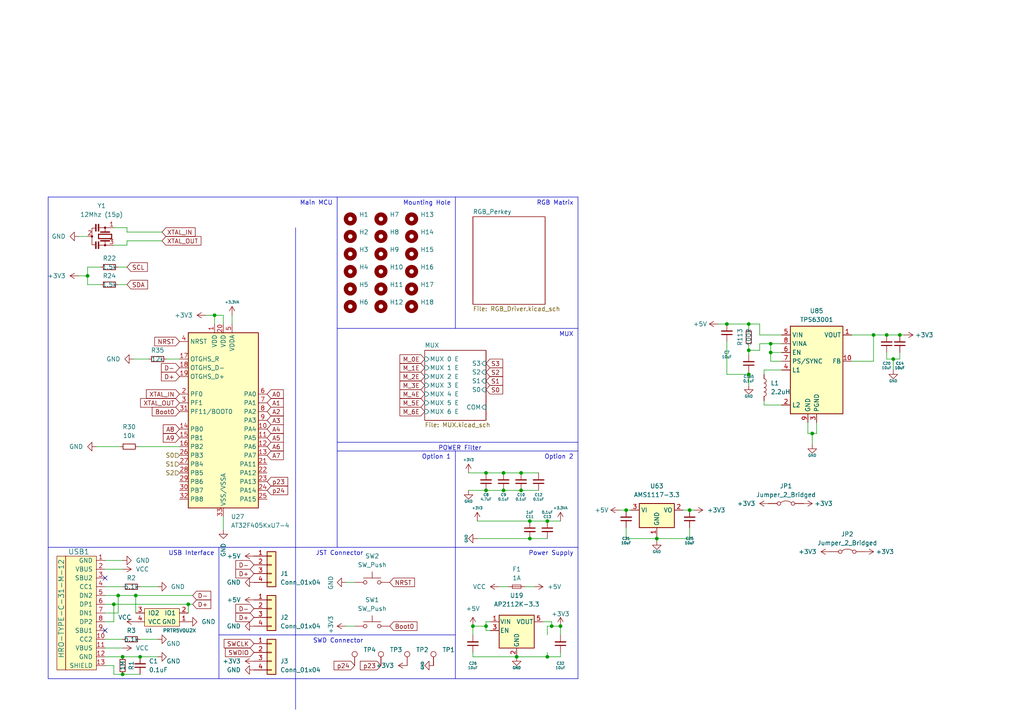
<source format=kicad_sch>
(kicad_sch (version 20231120) (generator "eeschema") (generator_version "8.0")
  (paper "A4")
  (lib_symbols
    (symbol "Connector:TestPoint" (pin_numbers hide) (pin_names (offset 0.762) hide)
      (property "Reference" "TP" (at 0 6.858 0))
      (property "Value" "TestPoint" (at 0 5.08 0))
      (symbol "TestPoint_1_1"
        (pin passive line (at 0 0 90) (length 2.54) (name "1") (number "1"))
      )
    )
    (symbol "Connector_Generic:Conn_01x04" (pin_names (offset 1.016) hide)
      (property "Reference" "J" (at 0 5.08 0))
      (property "Value" "Conn_01x04" (at 0 -7.62 0))
      (symbol "Conn_01x04_1_1"
        (pin passive line (at -5.08 2.54 0) (length 3.81) (name "Pin_1") (number "1"))
        (pin passive line (at -5.08 0 0) (length 3.81) (name "Pin_2") (number "2"))
        (pin passive line (at -5.08 -2.54 0) (length 3.81) (name "Pin_3") (number "3"))
        (pin passive line (at -5.08 -5.08 0) (length 3.81) (name "Pin_4") (number "4"))
      )
    )
    (symbol "Device:C_Small" (pin_numbers hide) (pin_names (offset 0.254) hide)
      (property "Reference" "C" (at 0.254 1.778 0))
      (property "Value" "C_Small" (at 0.254 -2.032 0))
      (symbol "C_Small_1_1"
        (pin passive line (at 0 2.54 270) (length 2.032) (name "~") (number "1"))
        (pin passive line (at 0 -2.54 90) (length 2.032) (name "~") (number "2"))
      )
    )
    (symbol "Device:Fuse_Small" (pin_numbers hide) (pin_names (offset 0.254) hide)
      (property "Reference" "F" (at 0 -1.524 0))
      (property "Value" "Fuse_Small" (at 0 1.524 0))
      (symbol "Fuse_Small_1_1"
        (pin passive line (at -2.54 0 0) (length 1.27) (name "~") (number "1"))
        (pin passive line (at 2.54 0 180) (length 1.27) (name "~") (number "2"))
      )
    )
    (symbol "Device:L" (pin_numbers hide) (pin_names (offset 1.016) hide)
      (property "Reference" "L" (at -1.27 0 90))
      (property "Value" "L" (at 1.905 0 90))
      (symbol "L_1_1"
        (pin passive line (at 0 3.81 270) (length 1.27) (name "1") (number "1"))
        (pin passive line (at 0 -3.81 90) (length 1.27) (name "2") (number "2"))
      )
    )
    (symbol "Device:R_Small" (pin_numbers hide) (pin_names (offset 0.254) hide)
      (property "Reference" "R" (at 0.762 0.508 0))
      (property "Value" "R_Small" (at 0.762 -1.016 0))
      (symbol "R_Small_1_1"
        (pin passive line (at 0 2.54 270) (length 0.762) (name "~") (number "1"))
        (pin passive line (at 0 -2.54 90) (length 0.762) (name "~") (number "2"))
      )
    )
    (symbol "Device:Resonator_Small" (pin_names (offset 1.016) hide)
      (property "Reference" "Y" (at 3.175 1.905 0))
      (property "Value" "Resonator_Small" (at 3.175 0 0))
      (symbol "Resonator_Small_1_1"
        (pin passive line (at -2.54 2.54 270) (length 1.27) (name "1") (number "1"))
        (pin passive line (at 0 -5.08 90) (length 1.27) (name "2") (number "2"))
        (pin passive line (at 2.54 2.54 270) (length 1.27) (name "3") (number "3"))
      )
    )
    (symbol "Jumper:Jumper_2_Bridged" (pin_numbers hide) (pin_names (offset 0) hide) (exclude_from_sim yes)
      (property "Reference" "JP" (at 0 1.905 0))
      (property "Value" "Jumper_2_Bridged" (at 0 -2.54 0))
      (symbol "Jumper_2_Bridged_1_1"
        (pin passive line (at -5.08 0 0) (length 2.54) (name "A") (number "1"))
        (pin passive line (at 5.08 0 180) (length 2.54) (name "B") (number "2"))
      )
    )
    (symbol "MCU_Artery_AT32F40:AT32F405KxU7-4"
      (property "Reference" "U" (at -10.16 26.67 0))
      (property "Value" "AT32F405KxU7-4" (at 5.08 26.67 0))
      (symbol "AT32F405KxU7-4_1_1"
        (pin power_in line (at -2.54 27.94 270) (length 2.54) (name "VDD") (number "1"))
        (pin bidirectional line (at 12.7 -2.54 180) (length 2.54) (name "PA4") (number "10"))
        (pin bidirectional line (at 12.7 -5.08 180) (length 2.54) (name "PA5") (number "11"))
        (pin bidirectional line (at 12.7 -7.62 180) (length 2.54) (name "PA6") (number "12"))
        (pin bidirectional line (at 12.7 -10.16 180) (length 2.54) (name "PA7") (number "13"))
        (pin bidirectional line (at -12.7 -2.54 0) (length 2.54) (name "PB0") (number "14"))
        (pin bidirectional line (at -12.7 -5.08 0) (length 2.54) (name "PB1") (number "15"))
        (pin bidirectional line (at -12.7 -7.62 0) (length 2.54) (name "PB2") (number "16"))
        (pin input line (at -12.7 17.78 0) (length 2.54) (name "OTGHS_R") (number "17"))
        (pin bidirectional line (at -12.7 15.24 0) (length 2.54) (name "OTGHS_D-") (number "18"))
        (pin bidirectional line (at -12.7 12.7 0) (length 2.54) (name "OTGHS_D+") (number "19"))
        (pin input line (at -12.7 7.62 0) (length 2.54) (name "PF0") (number "2"))
        (pin power_in line (at 0 27.94 270) (length 2.54) (name "VDD") (number "20"))
        (pin bidirectional line (at 12.7 -12.7 180) (length 2.54) (name "PA11") (number "21"))
        (pin bidirectional line (at 12.7 -15.24 180) (length 2.54) (name "PA12") (number "22"))
        (pin bidirectional line (at 12.7 -17.78 180) (length 2.54) (name "PA13") (number "23"))
        (pin bidirectional line (at 12.7 -20.32 180) (length 2.54) (name "PA14") (number "24"))
        (pin bidirectional line (at 12.7 -22.86 180) (length 2.54) (name "PA15") (number "25"))
        (pin bidirectional line (at -12.7 -10.16 0) (length 2.54) (name "PB3") (number "26"))
        (pin bidirectional line (at -12.7 -12.7 0) (length 2.54) (name "PB4") (number "27"))
        (pin bidirectional line (at -12.7 -15.24 0) (length 2.54) (name "PB5") (number "28"))
        (pin bidirectional line (at -12.7 -17.78 0) (length 2.54) (name "PB6") (number "29"))
        (pin input line (at -12.7 5.08 0) (length 2.54) (name "PF1") (number "3"))
        (pin bidirectional line (at -12.7 -20.32 0) (length 2.54) (name "PB7") (number "30"))
        (pin input line (at -12.7 2.54 0) (length 2.54) (name "PF11/BOOT0") (number "31"))
        (pin bidirectional line (at -12.7 -22.86 0) (length 2.54) (name "PB8") (number "32"))
        (pin power_in line (at 0 -27.94 90) (length 2.54) (name "VSS/VSSA") (number "33"))
        (pin input line (at -12.7 22.86 0) (length 2.54) (name "NRST") (number "4"))
        (pin power_in line (at 2.54 27.94 270) (length 2.54) (name "VDDA") (number "5"))
        (pin bidirectional line (at 12.7 7.62 180) (length 2.54) (name "PA0") (number "6"))
        (pin bidirectional line (at 12.7 5.08 180) (length 2.54) (name "PA1") (number "7"))
        (pin bidirectional line (at 12.7 2.54 180) (length 2.54) (name "PA2") (number "8"))
        (pin bidirectional line (at 12.7 0 180) (length 2.54) (name "PA3") (number "9"))
      )
    )
    (symbol "Mechanical:MountingHole" (pin_names (offset 1.016))
      (property "Reference" "H" (at 0 5.08 0))
      (property "Value" "MountingHole" (at 0 3.175 0))
    )
    (symbol "Regulator_Linear:AMS1117-3.3"
      (property "Reference" "U" (at -3.81 3.175 0))
      (property "Value" "AMS1117-3.3" (at 0 3.175 0))
      (symbol "AMS1117-3.3_1_1"
        (pin power_in line (at 0 -7.62 90) (length 2.54) (name "GND") (number "1"))
        (pin power_out line (at 7.62 0 180) (length 2.54) (name "VO") (number "2"))
        (pin power_in line (at -7.62 0 0) (length 2.54) (name "VI") (number "3"))
      )
    )
    (symbol "Regulator_Linear:AP2112K-3.3" (pin_names (offset 0.254))
      (property "Reference" "U" (at -5.08 5.715 0))
      (property "Value" "AP2112K-3.3" (at 0 5.715 0))
      (symbol "AP2112K-3.3_1_1"
        (pin power_in line (at -7.62 2.54 0) (length 2.54) (name "VIN") (number "1"))
        (pin power_in line (at 0 -7.62 90) (length 2.54) (name "GND") (number "2"))
        (pin input line (at -7.62 0 0) (length 2.54) (name "EN") (number "3"))
        (pin no_connect line (at 5.08 0 180) (length 2.54) hide (name "NC") (number "4"))
        (pin power_out line (at 7.62 2.54 180) (length 2.54) (name "VOUT") (number "5"))
      )
    )
    (symbol "Regulator_Switching:TPS63001"
      (property "Reference" "U" (at -7.62 13.97 0))
      (property "Value" "TPS63001" (at 5.08 13.97 0))
      (symbol "TPS63001_1_1"
        (pin power_out line (at 10.16 10.16 180) (length 2.54) (name "VOUT") (number "1"))
        (pin input line (at 10.16 2.54 180) (length 2.54) (name "FB") (number "10"))
        (pin passive line (at 0 -15.24 90) (length 2.54) hide (name "PGND") (number "11"))
        (pin input line (at -10.16 -10.16 0) (length 2.54) (name "L2") (number "2"))
        (pin power_in line (at 0 -15.24 90) (length 2.54) (name "PGND") (number "3"))
        (pin input line (at -10.16 0 0) (length 2.54) (name "L1") (number "4"))
        (pin power_in line (at -10.16 10.16 0) (length 2.54) (name "VIN") (number "5"))
        (pin input line (at -10.16 5.08 0) (length 2.54) (name "EN") (number "6"))
        (pin input line (at -10.16 2.54 0) (length 2.54) (name "PS/SYNC") (number "7"))
        (pin power_in line (at -10.16 7.62 0) (length 2.54) (name "VINA") (number "8"))
        (pin power_in line (at -2.54 -15.24 90) (length 2.54) (name "GND") (number "9"))
      )
    )
    (symbol "Switch:SW_Push" (pin_numbers hide) (pin_names (offset 1.016) hide)
      (property "Reference" "SW" (at 1.27 2.54 0))
      (property "Value" "SW_Push" (at 0 -1.524 0))
      (symbol "SW_Push_0_1"
        (pin passive line (at -5.08 0 0) (length 2.54) (name "1") (number "1"))
        (pin passive line (at 5.08 0 180) (length 2.54) (name "2") (number "2"))
      )
    )
    (symbol "horrortroll_lib:HRO-TYPE-C-31-M-12" (pin_names (offset 1.016))
      (property "Reference" "USB" (at 0 20.32 0))
      (property "Value" "HRO-TYPE-C-31-M-12" (at 0 17.78 0))
      (symbol "HRO-TYPE-C-31-M-12_1_1"
        (pin input line (at 7.62 13.97 180) (length 2.54) (name "GND") (number "1"))
        (pin input line (at 7.62 -8.89 180) (length 2.54) (name "CC2") (number "10"))
        (pin input line (at 7.62 -11.43 180) (length 2.54) (name "VBUS") (number "11"))
        (pin input line (at 7.62 -13.97 180) (length 2.54) (name "GND") (number "12"))
        (pin input line (at 7.62 -16.51 180) (length 2.54) (name "SHIELD") (number "13"))
        (pin input line (at 7.62 11.43 180) (length 2.54) (name "VBUS") (number "2"))
        (pin input line (at 7.62 8.89 180) (length 2.54) (name "SBU2") (number "3"))
        (pin input line (at 7.62 6.35 180) (length 2.54) (name "CC1") (number "4"))
        (pin input line (at 7.62 3.81 180) (length 2.54) (name "DN2") (number "5"))
        (pin input line (at 7.62 1.27 180) (length 2.54) (name "DP1") (number "6"))
        (pin input line (at 7.62 -1.27 180) (length 2.54) (name "DN1") (number "7"))
        (pin input line (at 7.62 -3.81 180) (length 2.54) (name "DP2") (number "8"))
        (pin input line (at 7.62 -6.35 180) (length 2.54) (name "SBU1") (number "9"))
      )
    )
    (symbol "power:+3.3V" (power) (pin_names (offset 0))
      (property "Value" "+3.3V" (at 0 3.556 0))
      (symbol "+3.3V_1_1"
        (pin power_in line (at 0 0 90) (length 0) hide (name "+3V3") (number "1"))
      )
    )
    (symbol "power:+3.3VA" (power) (pin_names (offset 0))
      (property "Value" "+3.3VA" (at 0 3.556 0))
      (symbol "+3.3VA_1_1"
        (pin power_in line (at 0 0 90) (length 0) hide (name "+3.3VA") (number "1"))
      )
    )
    (symbol "power:+3V3" (power) (pin_names (offset 0))
      (property "Value" "+3V3" (at 0 3.556 0))
      (symbol "+3V3_1_1"
        (pin power_in line (at 0 0 90) (length 0) hide (name "+3V3") (number "1"))
      )
    )
    (symbol "power:+5V" (power) (pin_names (offset 0))
      (property "Value" "+5V" (at 0 3.556 0))
      (symbol "+5V_1_1"
        (pin power_in line (at 0 0 90) (length 0) hide (name "+5V") (number "1"))
      )
    )
    (symbol "power:GND" (power) (pin_names (offset 0))
      (property "Value" "GND" (at 0 -3.81 0))
      (symbol "GND_1_1"
        (pin power_in line (at 0 0 270) (length 0) hide (name "GND") (number "1"))
      )
    )
    (symbol "power:VCC" (power) (pin_names (offset 0))
      (property "Value" "VCC" (at 0 3.81 0))
      (symbol "VCC_1_1"
        (pin power_in line (at 0 0 90) (length 0) hide (name "VCC") (number "1"))
      )
    )
    (symbol "random-keyboard-parts:PRTR5V0U2X" (pin_names (offset 1.016))
      (property "Reference" "U" (at 0 3.81 0))
      (property "Value" "PRTR5V0U2X" (at 0 -3.81 0))
      (symbol "PRTR5V0U2X_1_1"
        (pin input line (at -7.62 1.27 0) (length 2.54) (name "GND") (number "1"))
        (pin input line (at -7.62 -1.27 0) (length 2.54) (name "IO1") (number "2"))
        (pin input line (at 7.62 -1.27 180) (length 2.54) (name "IO2") (number "3"))
        (pin input line (at 7.62 1.27 180) (length 2.54) (name "VCC") (number "4"))
      )
    )
  )
  (junction (at 151.13 142.24))
  (junction (at 162.56 181.61))
  (junction (at 39.37 172.72))
  (junction (at 235.585 125.73))
  (junction (at 140.97 137.16))
  (junction (at 54.61 175.26))
  (junction (at 149.86 190.5) (diameter 0.9144))
  (junction (at 153.67 156.21))
  (junction (at 223.52 102.235))
  (junction (at 146.05 137.16))
  (junction (at 259.08 104.14))
  (junction (at 25.4 80.01))
  (junction (at 257.175 97.155))
  (junction (at 62.23 91.44))
  (junction (at 210.82 93.98))
  (junction (at 140.97 142.24))
  (junction (at 158.75 190.5))
  (junction (at 217.17 93.98))
  (junction (at 140.97 181.61))
  (junction (at 153.67 151.13))
  (junction (at 160.02 181.61))
  (junction (at 35.56 190.5))
  (junction (at 137.16 181.61))
  (junction (at 260.985 97.155))
  (junction (at 158.75 151.13))
  (junction (at 151.13 137.16))
  (junction (at 217.17 101.6))
  (junction (at 190.5 156.21))
  (junction (at 40.64 190.5))
  (junction (at 35.56 195.58))
  (junction (at 33.02 175.26))
  (junction (at 253.365 97.155))
  (junction (at 146.05 142.24))
  (junction (at 181.61 147.955))
  (junction (at 223.52 99.695))
  (junction (at 34.29 172.72))
  (junction (at 217.17 108.585))
  (junction (at 200.025 147.955))
  (no_connect (at 30.48 167.64))
  (no_connect (at 30.48 182.88))
  (wire (pts (xy 27.94 129.54) (xy 34.925 129.54)))
  (wire (pts (xy 22.86 68.58) (xy 25.4 68.58)))
  (wire (pts (xy 30.48 172.72) (xy 34.29 172.72)))
  (wire (pts (xy 157.48 180.34) (xy 160.02 180.34)))
  (wire (pts (xy 30.48 177.8) (xy 34.29 177.8)))
  (wire (pts (xy 140.97 181.61) (xy 137.16 181.61)))
  (wire (pts (xy 135.89 142.24) (xy 140.97 142.24)))
  (wire (pts (xy 208.28 93.98) (xy 210.82 93.98)))
  (polyline (pts (xy 63.5 158.75) (xy 63.5 196.85)))
  (polyline (pts (xy 97.79 128.27) (xy 167.64 128.27)))
  (wire (pts (xy 160.02 181.61) (xy 162.56 181.61)))
  (wire (pts (xy 223.52 99.695) (xy 220.345 99.695)))
  (wire (pts (xy 140.97 142.24) (xy 146.05 142.24)))
  (polyline (pts (xy 13.97 158.75) (xy 167.64 158.75)))
  (wire (pts (xy 140.97 182.88) (xy 140.97 181.61)))
  (wire (pts (xy 217.17 93.98) (xy 217.17 95.25)))
  (polyline (pts (xy 132.08 57.15) (xy 132.08 95.25)))
  (polyline (pts (xy 13.97 196.85) (xy 167.64 196.85)))
  (wire (pts (xy 149.86 190.5) (xy 158.75 190.5)))
  (wire (pts (xy 158.75 189.23) (xy 158.75 190.5)))
  (wire (pts (xy 217.17 108.585) (xy 217.17 111.76)))
  (wire (pts (xy 181.61 153.035) (xy 181.61 156.21)))
  (wire (pts (xy 200.025 147.955) (xy 201.295 147.955)))
  (wire (pts (xy 153.67 151.13) (xy 158.75 151.13)))
  (wire (pts (xy 38.735 104.14) (xy 43.18 104.14)))
  (wire (pts (xy 223.52 104.775) (xy 223.52 102.235)))
  (wire (pts (xy 40.64 190.5) (xy 45.72 190.5)))
  (wire (pts (xy 30.48 180.34) (xy 33.02 180.34)))
  (wire (pts (xy 220.345 99.695) (xy 220.345 101.6)))
  (wire (pts (xy 30.48 162.56) (xy 35.56 162.56)))
  (wire (pts (xy 138.43 156.21) (xy 153.67 156.21)))
  (wire (pts (xy 39.37 172.72) (xy 55.88 172.72)))
  (wire (pts (xy 36.83 71.12) (xy 33.02 71.12)))
  (polyline (pts (xy 85.725 66.04) (xy 85.725 205.74)))
  (wire (pts (xy 30.48 185.42) (xy 35.56 185.42)))
  (wire (pts (xy 36.83 69.85) (xy 46.99 69.85)))
  (wire (pts (xy 35.56 190.5) (xy 40.64 190.5)))
  (wire (pts (xy 39.37 172.72) (xy 39.37 177.8)))
  (wire (pts (xy 217.17 101.6) (xy 217.17 102.87)))
  (wire (pts (xy 151.13 137.16) (xy 156.21 137.16)))
  (wire (pts (xy 226.695 99.695) (xy 223.52 99.695)))
  (wire (pts (xy 200.025 153.035) (xy 200.025 156.21)))
  (wire (pts (xy 190.5 156.21) (xy 190.5 156.845)))
  (wire (pts (xy 29.21 82.55) (xy 25.4 82.55)))
  (wire (pts (xy 247.015 104.775) (xy 253.365 104.775)))
  (wire (pts (xy 142.24 180.34) (xy 140.97 180.34)))
  (wire (pts (xy 147.32 170.18) (xy 144.78 170.18)))
  (wire (pts (xy 30.48 193.04) (xy 33.02 193.04)))
  (polyline (pts (xy 97.79 95.25) (xy 167.64 95.25)))
  (wire (pts (xy 220.345 97.155) (xy 220.345 93.98)))
  (wire (pts (xy 257.175 104.14) (xy 259.08 104.14)))
  (wire (pts (xy 30.48 170.18) (xy 35.56 170.18)))
  (wire (pts (xy 179.705 147.955) (xy 181.61 147.955)))
  (wire (pts (xy 146.05 142.24) (xy 151.13 142.24)))
  (wire (pts (xy 257.175 97.155) (xy 260.985 97.155)))
  (wire (pts (xy 64.77 91.44) (xy 62.23 91.44)))
  (wire (pts (xy 40.005 129.54) (xy 52.07 129.54)))
  (wire (pts (xy 146.05 137.16) (xy 151.13 137.16)))
  (wire (pts (xy 102.87 181.61) (xy 100.33 181.61)))
  (wire (pts (xy 158.75 184.15) (xy 158.75 181.61)))
  (wire (pts (xy 220.345 93.98) (xy 217.17 93.98)))
  (wire (pts (xy 64.77 149.86) (xy 64.77 153.67)))
  (wire (pts (xy 137.16 189.23) (xy 137.16 190.5)))
  (wire (pts (xy 137.16 181.61) (xy 137.16 184.15)))
  (wire (pts (xy 160.02 180.34) (xy 160.02 181.61)))
  (wire (pts (xy 36.83 66.04) (xy 33.02 66.04)))
  (wire (pts (xy 226.695 107.315) (xy 221.615 107.315)))
  (wire (pts (xy 140.97 137.16) (xy 146.05 137.16)))
  (wire (pts (xy 158.75 151.13) (xy 162.56 151.13)))
  (wire (pts (xy 223.52 102.235) (xy 223.52 99.695)))
  (wire (pts (xy 226.695 117.475) (xy 221.615 117.475)))
  (wire (pts (xy 102.87 168.91) (xy 100.33 168.91)))
  (wire (pts (xy 181.61 156.21) (xy 190.5 156.21)))
  (wire (pts (xy 33.02 175.26) (xy 54.61 175.26)))
  (wire (pts (xy 210.82 99.06) (xy 210.82 108.585)))
  (wire (pts (xy 260.985 102.235) (xy 260.985 104.14)))
  (wire (pts (xy 40.64 185.42) (xy 45.72 185.42)))
  (wire (pts (xy 210.82 108.585) (xy 217.17 108.585)))
  (wire (pts (xy 235.585 125.73) (xy 235.585 128.905)))
  (wire (pts (xy 138.43 151.13) (xy 153.67 151.13)))
  (wire (pts (xy 200.025 156.21) (xy 190.5 156.21)))
  (wire (pts (xy 67.31 91.44) (xy 67.31 93.98)))
  (wire (pts (xy 259.08 104.14) (xy 259.08 107.315)))
  (wire (pts (xy 34.29 77.47) (xy 36.83 77.47)))
  (wire (pts (xy 54.61 175.26) (xy 54.61 177.8)))
  (wire (pts (xy 210.82 93.98) (xy 217.17 93.98)))
  (wire (pts (xy 234.315 125.73) (xy 235.585 125.73)))
  (wire (pts (xy 223.52 102.235) (xy 226.695 102.235)))
  (wire (pts (xy 48.26 104.14) (xy 52.07 104.14)))
  (wire (pts (xy 140.97 180.34) (xy 140.97 181.61)))
  (wire (pts (xy 36.83 69.85) (xy 36.83 71.12)))
  (wire (pts (xy 54.61 175.26) (xy 55.88 175.26)))
  (wire (pts (xy 30.48 175.26) (xy 33.02 175.26)))
  (wire (pts (xy 30.48 165.1) (xy 35.56 165.1)))
  (wire (pts (xy 30.48 190.5) (xy 35.56 190.5)))
  (wire (pts (xy 34.29 177.8) (xy 34.29 172.72)))
  (wire (pts (xy 181.61 147.955) (xy 182.88 147.955)))
  (wire (pts (xy 226.695 97.155) (xy 220.345 97.155)))
  (polyline (pts (xy 97.79 57.15) (xy 97.79 158.75)))
  (wire (pts (xy 221.615 107.315) (xy 221.615 108.585)))
  (wire (pts (xy 234.315 122.555) (xy 234.315 125.73)))
  (wire (pts (xy 235.585 125.73) (xy 236.855 125.73)))
  (wire (pts (xy 253.365 97.155) (xy 257.175 97.155)))
  (polyline (pts (xy 132.08 130.81) (xy 132.08 196.85)))
  (wire (pts (xy 35.56 195.58) (xy 40.64 195.58)))
  (wire (pts (xy 30.48 187.96) (xy 35.56 187.96)))
  (wire (pts (xy 33.02 193.04) (xy 33.02 195.58)))
  (polyline (pts (xy 13.97 57.15) (xy 167.64 57.15)))
  (wire (pts (xy 33.02 195.58) (xy 35.56 195.58)))
  (wire (pts (xy 135.89 137.16) (xy 140.97 137.16)))
  (wire (pts (xy 36.83 67.31) (xy 46.99 67.31)))
  (wire (pts (xy 22.86 80.01) (xy 25.4 80.01)))
  (wire (pts (xy 152.4 170.18) (xy 154.94 170.18)))
  (polyline (pts (xy 13.97 57.15) (xy 13.97 196.85)))
  (wire (pts (xy 64.77 93.98) (xy 64.77 91.44)))
  (wire (pts (xy 149.86 190.5) (xy 137.16 190.5)))
  (wire (pts (xy 33.02 180.34) (xy 33.02 175.26)))
  (wire (pts (xy 62.23 91.44) (xy 62.23 93.98)))
  (wire (pts (xy 257.175 102.235) (xy 257.175 104.14)))
  (wire (pts (xy 226.695 104.775) (xy 223.52 104.775)))
  (polyline (pts (xy 97.79 130.81) (xy 167.64 130.81)))
  (wire (pts (xy 59.69 91.44) (xy 62.23 91.44)))
  (wire (pts (xy 221.615 117.475) (xy 221.615 116.205)))
  (wire (pts (xy 162.56 181.61) (xy 162.56 184.15)))
  (wire (pts (xy 151.13 142.24) (xy 156.21 142.24)))
  (wire (pts (xy 142.24 182.88) (xy 140.97 182.88)))
  (wire (pts (xy 25.4 82.55) (xy 25.4 80.01)))
  (wire (pts (xy 236.855 122.555) (xy 236.855 125.73)))
  (wire (pts (xy 260.985 104.14) (xy 259.08 104.14)))
  (wire (pts (xy 220.345 101.6) (xy 217.17 101.6)))
  (wire (pts (xy 29.21 77.47) (xy 25.4 77.47)))
  (wire (pts (xy 153.67 156.21) (xy 158.75 156.21)))
  (wire (pts (xy 217.17 107.95) (xy 217.17 108.585)))
  (polyline (pts (xy 167.64 57.15) (xy 167.64 196.85)))
  (wire (pts (xy 217.17 100.33) (xy 217.17 101.6)))
  (wire (pts (xy 162.56 189.23) (xy 162.56 190.5)))
  (wire (pts (xy 253.365 104.775) (xy 253.365 97.155)))
  (wire (pts (xy 36.83 67.31) (xy 36.83 66.04)))
  (wire (pts (xy 260.985 97.155) (xy 262.255 97.155)))
  (wire (pts (xy 158.75 181.61) (xy 160.02 181.61)))
  (wire (pts (xy 158.75 190.5) (xy 162.56 190.5)))
  (polyline (pts (xy 63.5 184.15) (xy 132.08 184.15)))
  (wire (pts (xy 34.29 172.72) (xy 39.37 172.72)))
  (wire (pts (xy 40.64 170.18) (xy 45.72 170.18)))
  (wire (pts (xy 25.4 77.47) (xy 25.4 80.01)))
  (wire (pts (xy 34.29 82.55) (xy 36.83 82.55)))
  (wire (pts (xy 198.12 147.955) (xy 200.025 147.955)))
  (wire (pts (xy 190.5 155.575) (xy 190.5 156.21)))
  (wire (pts (xy 247.015 97.155) (xy 253.365 97.155)))
  (text "JST Connector" (at 105.41 161.29 0) (effects (font (size 1.27 1.27)) (justify right bottom)))
  (text "Option 1" (at 130.81 133.35 0) (effects (font (size 1.27 1.27)) (justify right bottom)))
  (text "Main MCU" (at 96.52 59.69 0) (effects (font (size 1.27 1.27)) (justify right bottom)))
  (text "MUX" (at 166.37 97.79 0) (effects (font (size 1.27 1.27)) (justify right bottom)))
  (text "Power Supply" (at 166.37 161.29 0) (effects (font (size 1.27 1.27)) (justify right bottom)))
  (text "SWD Connector" (at 105.41 186.69 0) (effects (font (size 1.27 1.27)) (justify right bottom)))
  (text "Option 2" (at 166.37 133.35 0) (effects (font (size 1.27 1.27)) (justify right bottom)))
  (text "USB Interface" (at 62.23 161.29 0) (effects (font (size 1.27 1.27)) (justify right bottom)))
  (text "Mounting Hole" (at 130.81 59.69 0) (effects (font (size 1.27 1.27)) (justify right bottom)))
  (text "POWER Filter" (at 139.7 130.81 0) (effects (font (size 1.27 1.27)) (justify right bottom)))
  (text "RGB Matrix" (at 166.37 59.69 0) (effects (font (size 1.27 1.27)) (justify right bottom)))
  (global_label "p23" (shape input) (at 77.47 139.7 0) (property "Intersheetrefs" "${INTERSHEET_REFS}" (effects (hide yes))))
  (global_label "SDA" (shape input) (at 36.83 82.55 0) (property "Intersheetrefs" "${INTERSHEET_REFS}" (effects (hide yes))))
  (global_label "A1" (shape input) (at 77.47 116.84 0) (property "Intersheetrefs" "${INTERSHEET_REFS}" (effects (hide yes))))
  (global_label "D+" (shape input) (at 55.88 175.26 0) (property "Intersheetrefs" "${INTERSHEET_REFS}" (effects (hide yes))))
  (global_label "A4" (shape input) (at 77.47 124.46 0) (property "Intersheetrefs" "${INTERSHEET_REFS}" (effects (hide yes))))
  (global_label "XTAL_IN" (shape input) (at 46.99 67.31 0) (property "Intersheetrefs" "${INTERSHEET_REFS}" (effects (hide yes))))
  (global_label "NRST" (shape input) (at 52.07 99.06 180) (property "Intersheetrefs" "${INTERSHEET_REFS}" (effects (hide yes))))
  (global_label "M_5E" (shape input) (at 123.19 116.84 180) (property "Intersheetrefs" "${INTERSHEET_REFS}" (effects (hide yes))))
  (global_label "p23" (shape input) (at 110.49 193.04 180) (property "Intersheetrefs" "${INTERSHEET_REFS}" (effects (hide yes))))
  (global_label "A2" (shape input) (at 77.47 119.38 0) (property "Intersheetrefs" "${INTERSHEET_REFS}" (effects (hide yes))))
  (global_label "M_3E" (shape input) (at 123.19 111.76 180) (property "Intersheetrefs" "${INTERSHEET_REFS}" (effects (hide yes))))
  (global_label "A8" (shape input) (at 52.07 124.46 180) (property "Intersheetrefs" "${INTERSHEET_REFS}" (effects (hide yes))))
  (global_label "A9" (shape input) (at 52.07 127 180) (property "Intersheetrefs" "${INTERSHEET_REFS}" (effects (hide yes))))
  (global_label "S3" (shape input) (at 140.97 105.41 0) (property "Intersheetrefs" "${INTERSHEET_REFS}" (effects (hide yes))))
  (global_label "A7" (shape input) (at 77.47 132.08 0) (property "Intersheetrefs" "${INTERSHEET_REFS}" (effects (hide yes))))
  (global_label "M_2E" (shape input) (at 123.19 109.22 180) (property "Intersheetrefs" "${INTERSHEET_REFS}" (effects (hide yes))))
  (global_label "p24" (shape input) (at 77.47 142.24 0) (property "Intersheetrefs" "${INTERSHEET_REFS}" (effects (hide yes))))
  (global_label "D-" (shape input) (at 55.88 172.72 0) (property "Intersheetrefs" "${INTERSHEET_REFS}" (effects (hide yes))))
  (global_label "NRST" (shape input) (at 113.03 168.91 0) (property "Intersheetrefs" "${INTERSHEET_REFS}" (effects (hide yes))))
  (global_label "Boot0" (shape input) (at 52.07 119.38 180) (property "Intersheetrefs" "${INTERSHEET_REFS}" (effects (hide yes))))
  (global_label "SCL" (shape input) (at 36.83 77.47 0) (property "Intersheetrefs" "${INTERSHEET_REFS}" (effects (hide yes))))
  (global_label "SWCLK" (shape input) (at 73.66 186.69 180) (property "Intersheetrefs" "${INTERSHEET_REFS}" (effects (hide yes))))
  (global_label "XTAL_OUT" (shape input) (at 52.07 116.84 180) (property "Intersheetrefs" "${INTERSHEET_REFS}" (effects (hide yes))))
  (global_label "A6" (shape input) (at 77.47 129.54 0) (property "Intersheetrefs" "${INTERSHEET_REFS}" (effects (hide yes))))
  (global_label "SWDIO" (shape input) (at 73.66 189.23 180) (property "Intersheetrefs" "${INTERSHEET_REFS}" (effects (hide yes))))
  (global_label "Boot0" (shape input) (at 113.03 181.61 0) (property "Intersheetrefs" "${INTERSHEET_REFS}" (effects (hide yes))))
  (global_label "M_0E" (shape input) (at 123.19 104.14 180) (property "Intersheetrefs" "${INTERSHEET_REFS}" (effects (hide yes))))
  (global_label "S0" (shape input) (at 140.97 113.03 0) (property "Intersheetrefs" "${INTERSHEET_REFS}" (effects (hide yes))))
  (global_label "D+" (shape input) (at 73.66 179.07 180) (property "Intersheetrefs" "${INTERSHEET_REFS}" (effects (hide yes))))
  (global_label "M_4E" (shape input) (at 123.19 114.3 180) (property "Intersheetrefs" "${INTERSHEET_REFS}" (effects (hide yes))))
  (global_label "S1" (shape input) (at 140.97 110.49 0) (property "Intersheetrefs" "${INTERSHEET_REFS}" (effects (hide yes))))
  (global_label "XTAL_IN" (shape input) (at 52.07 114.3 180) (property "Intersheetrefs" "${INTERSHEET_REFS}" (effects (hide yes))))
  (global_label "D-" (shape input) (at 73.66 176.53 180) (property "Intersheetrefs" "${INTERSHEET_REFS}" (effects (hide yes))))
  (global_label "XTAL_OUT" (shape input) (at 46.99 69.85 0) (property "Intersheetrefs" "${INTERSHEET_REFS}" (effects (hide yes))))
  (global_label "D-" (shape input) (at 52.07 106.68 180) (property "Intersheetrefs" "${INTERSHEET_REFS}" (effects (hide yes))))
  (global_label "A3" (shape input) (at 77.47 121.92 0) (property "Intersheetrefs" "${INTERSHEET_REFS}" (effects (hide yes))))
  (global_label "D+" (shape input) (at 73.66 166.37 180) (property "Intersheetrefs" "${INTERSHEET_REFS}" (effects (hide yes))))
  (global_label "D-" (shape input) (at 73.66 163.83 180) (property "Intersheetrefs" "${INTERSHEET_REFS}" (effects (hide yes))))
  (global_label "A5" (shape input) (at 77.47 127 0) (property "Intersheetrefs" "${INTERSHEET_REFS}" (effects (hide yes))))
  (global_label "A0" (shape input) (at 77.47 114.3 0) (property "Intersheetrefs" "${INTERSHEET_REFS}" (effects (hide yes))))
  (global_label "S2" (shape input) (at 140.97 107.95 0) (property "Intersheetrefs" "${INTERSHEET_REFS}" (effects (hide yes))))
  (global_label "M_1E" (shape input) (at 123.19 106.68 180) (property "Intersheetrefs" "${INTERSHEET_REFS}" (effects (hide yes))))
  (global_label "p24" (shape input) (at 102.87 193.04 180) (property "Intersheetrefs" "${INTERSHEET_REFS}" (effects (hide yes))))
  (global_label "D+" (shape input) (at 52.07 109.22 180) (property "Intersheetrefs" "${INTERSHEET_REFS}" (effects (hide yes))))
  (global_label "M_6E" (shape input) (at 123.19 119.38 180) (property "Intersheetrefs" "${INTERSHEET_REFS}" (effects (hide yes))))
  (hierarchical_label "S0" (shape input) (at 52.07 132.08 180))
  (hierarchical_label "S2" (shape input) (at 52.07 137.16 180))
  (hierarchical_label "S1" (shape input) (at 52.07 134.62 180))
  (symbol (lib_id "Connector_Generic:Conn_01x04") (at 78.74 189.23 0) (unit 1)
    (property "Reference" "J3" (at 81.28 191.77 0) (effects (justify left)))
    (property "Value" "Conn_01x04" (at 81.28 194.31 0) (effects (justify left)))
    (property "Footprint" "Connector_PinHeader_2.54mm:PinHeader_1x04_P2.54mm_Vertical" (effects (hide yes)))
  )
  (symbol (lib_id "Device:R_Small") (at 45.72 104.14 270) (unit 1)
    (property "Reference" "R35" (at 45.72 101.6 90))
    (property "Value" "12k" (at 45.72 104.14 90))
    (property "Footprint" "Common_Footprint:R_0402" (effects (hide yes)))
  )
  (symbol (lib_id "Device:C_Small") (at 140.97 139.7 180) (unit 1)
    (property "Reference" "C8" (at 140.97 143.51 0) (effects (font (size 0.762 0.762))))
    (property "Value" "4.7uF" (at 140.97 144.78 0) (effects (font (size 0.762 0.762))))
    (property "Footprint" "Common_Footprint:C_0402" (effects (hide yes)))
    (property "LCSC" "C52923" (effects (hide yes)))
  )
  (symbol (lib_id "Connector_Generic:Conn_01x04") (at 78.74 163.83 0) (unit 1)
    (property "Reference" "J1" (at 81.28 166.37 0) (effects (justify left)))
    (property "Value" "Conn_01x04" (at 81.28 168.91 0) (effects (justify left)))
    (property "Footprint" "sanproject-keyboard-part:JST-SR-4" (effects (hide yes)))
  )
  (symbol (lib_id "power:GND") (at 64.77 153.67 0) (unit 1)
    (property "Reference" "#PWR012" (effects (hide yes)))
    (property "Value" "GND" (at 64.77 157.48 90) (effects (justify right)))
  )
  (symbol (lib_id "Device:C_Small") (at 151.13 139.7 180) (unit 1)
    (property "Reference" "C10" (at 151.13 143.51 0) (effects (font (size 0.762 0.762))))
    (property "Value" "0.1uF" (at 151.13 144.78 0) (effects (font (size 0.762 0.762))))
    (property "Footprint" "Common_Footprint:C_0402" (effects (hide yes)))
    (property "LCSC" "C52923" (effects (hide yes)))
  )
  (symbol (lib_id "Mechanical:MountingHole") (at 119.38 63.5 0) (unit 1)
    (property "Reference" "H13" (at 121.92 62.23 0) (effects (justify left)))
    (property "Value" "MountingHole" (effects (hide yes)))
    (property "Footprint" "MountingHole:MountingHole_2.2mm_M2_DIN965_Pad" (effects (hide yes)))
  )
  (symbol (lib_id "Device:R_Small") (at 37.465 129.54 270) (unit 1)
    (property "Reference" "R30" (at 37.465 123.825 90))
    (property "Value" "10k" (at 37.465 126.365 90))
    (property "Footprint" "Common_Footprint:R_0402" (effects (hide yes)))
  )
  (symbol (lib_id "Mechanical:MountingHole") (at 110.49 68.58 0) (unit 1)
    (property "Reference" "H8" (at 113.03 67.31 0) (effects (justify left)))
    (property "Value" "MountingHole" (effects (hide yes)))
    (property "Footprint" "MountingHole:MountingHole_2.2mm_M2_DIN965_Pad" (effects (hide yes)))
  )
  (symbol (lib_id "Device:C_Small") (at 40.64 193.04 180) (unit 1)
    (property "Reference" "C1" (at 43.18 191.7636 0) (effects (justify right)))
    (property "Value" "0.1uF" (at 43.18 194.3036 0) (effects (justify right)))
    (property "Footprint" "Common_Footprint:C_0402" (effects (hide yes)))
  )
  (symbol (lib_id "Mechanical:MountingHole") (at 101.6 68.58 0) (unit 1)
    (property "Reference" "H2" (at 104.14 67.31 0) (effects (justify left)))
    (property "Value" "MountingHole" (effects (hide yes)))
    (property "Footprint" "MountingHole:MountingHole_2.2mm_M2_DIN965_Pad" (effects (hide yes)))
  )
  (symbol (lib_id "random-keyboard-parts:PRTR5V0U2X") (at 46.99 179.07 180) (unit 1)
    (property "Reference" "U1" (at 43.18 182.88 0) (effects (font (size 1 1))))
    (property "Value" "PRTR5V0U2X" (at 52.07 182.88 0) (effects (font (size 1 1))))
  )
  (symbol (lib_id "power:GND") (at 235.585 128.905 0) (unit 1)
    (property "Reference" "#PWR0168" (effects (hide yes)))
    (property "Value" "GND" (at 235.585 132.08 0) (effects (font (size 0.762 0.762))))
  )
  (symbol (lib_id "power:GND") (at 45.72 190.5 90) (unit 1)
    (property "Reference" "#PWR08" (effects (hide yes)))
    (property "Value" "GND" (at 48.26 191.77 90) (effects (justify right)))
  )
  (symbol (lib_id "Mechanical:MountingHole") (at 119.38 68.58 0) (unit 1)
    (property "Reference" "H14" (at 121.92 67.31 0) (effects (justify left)))
    (property "Value" "MountingHole" (effects (hide yes)))
    (property "Footprint" "MountingHole:MountingHole_2.2mm_M2_DIN965_Pad" (effects (hide yes)))
  )
  (symbol (lib_id "Device:C_Small") (at 217.17 105.41 180) (unit 1)
    (property "Reference" "C165" (at 217.17 109.22 0) (effects (font (size 0.762 0.762))))
    (property "Value" "0.1uF" (at 217.17 110.49 0) (effects (font (size 0.762 0.762))))
    (property "Footprint" "Capacitor_SMD:C_0402_1005Metric" (effects (hide yes)))
    (property "LCSC" "C52923" (effects (hide yes)))
  )
  (symbol (lib_id "Mechanical:MountingHole") (at 110.49 83.82 0) (unit 1)
    (property "Reference" "H11" (at 113.03 82.55 0) (effects (justify left)))
    (property "Value" "MountingHole" (effects (hide yes)))
    (property "Footprint" "MountingHole:MountingHole_2.2mm_M2_DIN965_Pad" (effects (hide yes)))
  )
  (symbol (lib_id "power:+3.3V") (at 240.665 160.02 90) (unit 1)
    (property "Reference" "#PWR084" (effects (hide yes)))
    (property "Value" "+3V3" (at 236.855 160.0199 90) (effects (justify left)))
  )
  (symbol (lib_id "power:+3.3V") (at 222.885 146.05 90) (unit 1)
    (property "Reference" "#PWR061" (effects (hide yes)))
    (property "Value" "+3V3" (at 219.075 146.0499 90) (effects (justify left)))
  )
  (symbol (lib_id "Device:C_Small") (at 260.985 99.695 180) (unit 1)
    (property "Reference" "C14" (at 260.985 105.41 0) (effects (font (size 0.762 0.762))))
    (property "Value" "10uF" (at 260.985 106.68 0) (effects (font (size 0.762 0.762))))
    (property "Footprint" "Common_Footprint:C_0402" (effects (hide yes)))
    (property "LCSC" "C52923" (effects (hide yes)))
  )
  (symbol (lib_id "power:+3V3") (at 100.33 181.61 90) (unit 1)
    (property "Reference" "#PWR077" (effects (hide yes)))
    (property "Value" "+3V3" (at 95.9358 181.229 0))
  )
  (symbol (lib_id "Mechanical:MountingHole") (at 110.49 88.9 0) (unit 1)
    (property "Reference" "H12" (at 113.03 87.63 0) (effects (justify left)))
    (property "Value" "MountingHole" (effects (hide yes)))
    (property "Footprint" "MountingHole:MountingHole_2.2mm_M2_DIN965_Pad" (effects (hide yes)))
  )
  (symbol (lib_id "Mechanical:MountingHole") (at 101.6 78.74 0) (unit 1)
    (property "Reference" "H4" (at 104.14 77.47 0) (effects (justify left)))
    (property "Value" "MountingHole" (effects (hide yes)))
    (property "Footprint" "MountingHole:MountingHole_2.2mm_M2_DIN965_Pad" (effects (hide yes)))
  )
  (symbol (lib_id "power:GND") (at 38.735 104.14 270) (unit 1)
    (property "Reference" "#PWR0156" (effects (hide yes)))
    (property "Value" "GND" (at 34.925 104.14 90) (effects (justify right)))
  )
  (symbol (lib_id "power:+3V3") (at 59.69 91.44 90) (unit 1)
    (property "Reference" "#PWR010" (effects (hide yes)))
    (property "Value" "+3V3" (at 55.88 91.44 90) (effects (justify left)))
  )
  (symbol (lib_id "power:+3.3V") (at 162.56 181.61 0) (unit 1)
    (property "Reference" "#PWR031" (effects (hide yes)))
    (property "Value" "+3V3" (at 162.56 178.0626 0))
  )
  (symbol (lib_id "Mechanical:MountingHole") (at 119.38 88.9 0) (unit 1)
    (property "Reference" "H18" (at 121.92 87.63 0) (effects (justify left)))
    (property "Value" "MountingHole" (effects (hide yes)))
    (property "Footprint" "MountingHole:MountingHole_2.2mm_M2_DIN965_Pad" (effects (hide yes)))
  )
  (symbol (lib_id "Device:R_Small") (at 31.75 77.47 270) (unit 1)
    (property "Reference" "R22" (at 31.75 74.93 90))
    (property "Value" "1.5k" (at 31.75 77.47 90))
    (property "Footprint" "Common_Footprint:R_0402" (effects (hide yes)))
  )
  (symbol (lib_id "Device:C_Small") (at 153.67 153.67 0) (unit 1)
    (property "Reference" "C11" (at 153.67 149.86 0) (effects (font (size 0.762 0.762))))
    (property "Value" "1uF" (at 153.67 148.59 0) (effects (font (size 0.762 0.762))))
    (property "Footprint" "Common_Footprint:C_0402" (effects (hide yes)))
    (property "LCSC" "C52923" (effects (hide yes)))
  )
  (symbol (lib_id "Mechanical:MountingHole") (at 110.49 63.5 0) (unit 1)
    (property "Reference" "H7" (at 113.03 62.23 0) (effects (justify left)))
    (property "Value" "MountingHole" (effects (hide yes)))
    (property "Footprint" "MountingHole:MountingHole_2.2mm_M2_DIN965_Pad" (effects (hide yes)))
  )
  (symbol (lib_id "Device:C_Small") (at 158.75 153.67 0) (unit 1)
    (property "Reference" "C13" (at 158.75 149.86 0) (effects (font (size 0.762 0.762))))
    (property "Value" "0.1uF" (at 158.75 148.59 0) (effects (font (size 0.762 0.762))))
    (property "Footprint" "Common_Footprint:C_0402" (effects (hide yes)))
    (property "LCSC" "C52923" (effects (hide yes)))
  )
  (symbol (lib_id "power:+3.3V") (at 201.295 147.955 270) (unit 1)
    (property "Reference" "#PWR041" (effects (hide yes)))
    (property "Value" "+3V3" (at 205.105 147.9549 90) (effects (justify left)))
  )
  (symbol (lib_id "MCU_Artery_AT32F40:AT32F405KxU7-4") (at 64.77 121.92 0) (unit 1)
    (property "Reference" "U27" (at 66.9641 149.86 0) (effects (justify left)))
    (property "Value" "AT32F405KxU7-4" (at 66.9641 152.4 0) (effects (justify left)))
    (property "Footprint" "Package_DFN_QFN:QFN-32-1EP_4x4mm_P0.4mm_EP2.9x2.9mm_ThermalVias" (effects (hide yes)))
    (property "Datasheet" "https://www.arterytek.com/download/DS/DS_AT32F405_402_V2.00_EN.pdf" (effects (hide yes)))
    (property "Description" "ARM Cortex-M4F MCU, 128 ~ 256KB flash, 70 ~ 102KB RAM, 216MHz, 2.4-3.6V, 25 GPIO, QFN-32" (effects (hide yes)))
  )
  (symbol (lib_id "Switch:SW_Push") (at 107.95 168.91 0) (unit 1)
    (property "Reference" "SW2" (at 107.95 161.29 0))
    (property "Value" "SW_Push" (at 107.95 163.83 0))
    (property "Footprint" "Button_Switch_SMD:SW_Push_SPST_NO_Alps_SKRK" (effects (hide yes)))
  )
  (symbol (lib_id "Device:R_Small") (at 35.56 193.04 180) (unit 1)
    (property "Reference" "R1" (at 38.1 193.04 90))
    (property "Value" "1M" (at 35.56 193.04 90))
    (property "Footprint" "Common_Footprint:R_0402" (effects (hide yes)))
  )
  (symbol (lib_id "power:+3.3V") (at 233.045 146.05 270) (unit 1)
    (property "Reference" "#PWR066" (effects (hide yes)))
    (property "Value" "+3V3" (at 236.22 146.0499 90) (effects (justify left)))
  )
  (symbol (lib_id "Mechanical:MountingHole") (at 101.6 83.82 0) (unit 1)
    (property "Reference" "H5" (at 104.14 82.55 0) (effects (justify left)))
    (property "Value" "MountingHole" (effects (hide yes)))
    (property "Footprint" "MountingHole:MountingHole_2.2mm_M2_DIN965_Pad" (effects (hide yes)))
  )
  (symbol (lib_id "Connector:TestPoint") (at 110.49 193.04 0) (unit 1)
    (property "Reference" "TP3" (at 113.03 188.468 0) (effects (justify left)))
    (property "Value" "TestPoint" (effects (hide yes)))
    (property "Footprint" "TestPoint:TestPoint_Pad_D1.0mm" (effects (hide yes)))
  )
  (symbol (lib_id "Mechanical:MountingHole") (at 119.38 78.74 0) (unit 1)
    (property "Reference" "H16" (at 121.92 77.47 0) (effects (justify left)))
    (property "Value" "MountingHole" (effects (hide yes)))
    (property "Footprint" "MountingHole:MountingHole_2.2mm_M2_DIN965_Pad" (effects (hide yes)))
  )
  (symbol (lib_id "Regulator_Switching:TPS63001") (at 236.855 107.315 0) (unit 1)
    (property "Reference" "U85" (at 236.855 90.17 0))
    (property "Value" "TPS63001" (at 236.855 92.71 0))
    (property "Footprint" "Package_SON:Texas_DRC0010J_ThermalVias" (effects (hide yes)))
    (property "Datasheet" "http://www.ti.com/lit/ds/symlink/tps63000.pdf" (effects (hide yes)))
    (property "Description" "Buck-Boost Converter, 1.8-5.5V Input Voltage, 1.7A Switch Current, 3.3V Output Voltage, VSON-10" (effects (hide yes)))
  )
  (symbol (lib_id "Mechanical:MountingHole") (at 110.49 78.74 0) (unit 1)
    (property "Reference" "H10" (at 113.03 77.47 0) (effects (justify left)))
    (property "Value" "MountingHole" (effects (hide yes)))
    (property "Footprint" "MountingHole:MountingHole_2.2mm_M2_DIN965_Pad" (effects (hide yes)))
  )
  (symbol (lib_id "power:GND") (at 138.43 156.21 270) (unit 1)
    (property "Reference" "#PWR027" (effects (hide yes)))
    (property "Value" "GND" (at 135.255 156.21 0) (effects (font (size 0.762 0.762))))
  )
  (symbol (lib_id "Mechanical:MountingHole") (at 119.38 83.82 0) (unit 1)
    (property "Reference" "H17" (at 121.92 82.55 0) (effects (justify left)))
    (property "Value" "MountingHole" (effects (hide yes)))
    (property "Footprint" "MountingHole:MountingHole_2.2mm_M2_DIN965_Pad" (effects (hide yes)))
  )
  (symbol (lib_id "Device:C_Small") (at 137.16 186.69 180) (unit 1)
    (property "Reference" "C26" (at 137.16 192.405 0) (effects (font (size 0.762 0.762))))
    (property "Value" "10uF" (at 137.16 193.675 0) (effects (font (size 0.762 0.762))))
    (property "Footprint" "Common_Footprint:C_0402" (effects (hide yes)))
    (property "LCSC" "C52923" (effects (hide yes)))
  )
  (symbol (lib_id "power:+5V") (at 73.66 173.99 90) (unit 1)
    (property "Reference" "#PWR015" (effects (hide yes)))
    (property "Value" "+5V" (at 69.85 173.99 90) (effects (justify left)))
  )
  (symbol (lib_id "power:GND") (at 135.89 142.24 0) (unit 1)
    (property "Reference" "#PWR024" (effects (hide yes)))
    (property "Value" "GND" (at 135.89 145.415 0) (effects (font (size 0.762 0.762))))
  )
  (symbol (lib_id "Connector:TestPoint") (at 125.73 193.04 0) (unit 1)
    (property "Reference" "TP1" (at 128.27 188.468 0) (effects (justify left)))
    (property "Value" "TestPoint" (effects (hide yes)))
    (property "Footprint" "TestPoint:TestPoint_Pad_D1.0mm" (effects (hide yes)))
  )
  (symbol (lib_id "power:+5V") (at 208.28 93.98 90) (unit 1)
    (property "Reference" "#PWR0174" (effects (hide yes)))
    (property "Value" "+5V" (at 205.105 93.9799 90) (effects (justify left)))
  )
  (symbol (lib_id "power:GND") (at 73.66 194.31 270) (unit 1)
    (property "Reference" "#PWR018" (effects (hide yes)))
    (property "Value" "GND" (at 69.85 194.31 90) (effects (justify right)))
  )
  (symbol (lib_id "Mechanical:MountingHole") (at 101.6 88.9 0) (unit 1)
    (property "Reference" "H6" (at 104.14 87.63 0) (effects (justify left)))
    (property "Value" "MountingHole" (effects (hide yes)))
    (property "Footprint" "MountingHole:MountingHole_2.2mm_M2_DIN965_Pad" (effects (hide yes)))
  )
  (symbol (lib_id "Device:C_Small") (at 162.56 186.69 180) (unit 1)
    (property "Reference" "C32" (at 162.56 192.405 0) (effects (font (size 0.762 0.762))))
    (property "Value" "10uF" (at 162.56 193.675 0) (effects (font (size 0.762 0.762))))
    (property "Footprint" "Common_Footprint:C_0402" (effects (hide yes)))
    (property "LCSC" "C52923" (effects (hide yes)))
  )
  (symbol (lib_id "power:GND") (at 100.33 168.91 270) (unit 1)
    (property "Reference" "#PWR071" (effects (hide yes)))
    (property "Value" "GND" (at 95.9358 169.037 0))
  )
  (symbol (lib_id "Device:C_Small") (at 257.175 99.695 180) (unit 1)
    (property "Reference" "C20" (at 257.175 105.41 0) (effects (font (size 0.762 0.762))))
    (property "Value" "10uF" (at 257.175 106.68 0) (effects (font (size 0.762 0.762))))
    (property "Footprint" "Common_Footprint:C_0402" (effects (hide yes)))
    (property "LCSC" "C52923" (effects (hide yes)))
  )
  (symbol (lib_id "power:GND") (at 73.66 168.91 270) (unit 1)
    (property "Reference" "#PWR014" (effects (hide yes)))
    (property "Value" "GND" (at 69.85 168.91 90) (effects (justify right)))
  )
  (symbol (lib_id "power:+3.3V") (at 262.255 97.155 270) (unit 1)
    (property "Reference" "#PWR0175" (effects (hide yes)))
    (property "Value" "+3V3" (at 265.43 97.1549 90) (effects (justify left)))
  )
  (symbol (lib_id "Device:Resonator_Small") (at 30.48 68.58 270) (unit 1)
    (property "Reference" "Y1" (at 29.4767 59.69 90))
    (property "Value" "12Mhz (15p)" (at 29.4767 62.23 90))
    (property "Footprint" "Crystal:Resonator_SMD_Murata_CSTxExxV-3Pin_3.0x1.1mm" (effects (hide yes)))
  )
  (symbol (lib_id "power:+3.3V") (at 135.89 137.16 0) (unit 1)
    (property "Reference" "#PWR023" (effects (hide yes)))
    (property "Value" "+3V3" (at 135.89 133.35 0) (effects (font (size 0.762 0.762))))
  )
  (symbol (lib_id "power:GND") (at 190.5 156.845 0) (unit 1)
    (property "Reference" "#PWR042" (effects (hide yes)))
    (property "Value" "GND" (at 190.5 160.02 0) (effects (font (size 0.762 0.762))))
  )
  (symbol (lib_id "power:+3.3V") (at 250.825 160.02 270) (unit 1)
    (property "Reference" "#PWR0127" (effects (hide yes)))
    (property "Value" "+3V3" (at 254 160.0199 90) (effects (justify left)))
  )
  (symbol (lib_id "power:VCC") (at 144.78 170.18 90) (unit 1)
    (property "Reference" "#PWR028" (effects (hide yes)))
    (property "Value" "VCC" (at 140.97 170.18 90) (effects (justify left)))
  )
  (symbol (lib_id "power:GND") (at 45.72 170.18 90) (unit 1)
    (property "Reference" "#PWR06" (effects (hide yes)))
    (property "Value" "GND" (at 49.53 170.18 90) (effects (justify right)))
  )
  (symbol (lib_id "Device:C_Small") (at 156.21 139.7 180) (unit 1)
    (property "Reference" "C12" (at 156.21 143.51 0) (effects (font (size 0.762 0.762))))
    (property "Value" "0.1uF" (at 156.21 144.78 0) (effects (font (size 0.762 0.762))))
    (property "Footprint" "Common_Footprint:C_0402" (effects (hide yes)))
    (property "LCSC" "C52923" (effects (hide yes)))
  )
  (symbol (lib_id "Regulator_Linear:AP2112K-3.3") (at 149.86 182.88 0) (unit 1)
    (property "Reference" "U19" (at 149.86 172.72 0))
    (property "Value" "AP2112K-3.3" (at 149.86 175.26 0))
    (property "Footprint" "Package_TO_SOT_SMD:SOT-23-5" (effects (hide yes)))
    (property "Datasheet" "https://www.diodes.com/assets/Datasheets/AP2112.pdf" (effects (hide yes)))
  )
  (symbol (lib_id "Regulator_Linear:AMS1117-3.3") (at 190.5 147.955 0) (unit 1)
    (property "Reference" "U63" (at 190.5 140.97 0))
    (property "Value" "AMS1117-3.3" (at 190.5 143.51 0))
    (property "Footprint" "Package_TO_SOT_SMD:SOT-223-3_TabPin2" (effects (hide yes)))
    (property "Datasheet" "http://www.advanced-monolithic.com/pdf/ds1117.pdf" (effects (hide yes)))
    (property "Description" "1A Low Dropout regulator, positive, 3.3V fixed output, SOT-223" (effects (hide yes)))
  )
  (symbol (lib_id "power:GND") (at 125.73 193.04 270) (unit 1)
    (property "Reference" "#PWR043" (effects (hide yes)))
    (property "Value" "GND" (at 122.555 193.04 0) (effects (font (size 0.762 0.762))))
  )
  (symbol (lib_id "power:GND") (at 149.86 190.5 0) (unit 1)
    (property "Reference" "#PWR029" (effects (hide yes)))
    (property "Value" "GND" (at 149.86 193.675 0) (effects (font (size 0.762 0.762))))
  )
  (symbol (lib_id "Connector_Generic:Conn_01x04") (at 78.74 176.53 0) (unit 1)
    (property "Reference" "J2" (at 81.28 179.07 0) (effects (justify left)))
    (property "Value" "Conn_01x04" (at 81.28 181.61 0) (effects (justify left)))
    (property "Footprint" "sanproject-keyboard-part:JST-SR-4" (effects (hide yes)))
  )
  (symbol (lib_id "power:+5V") (at 73.66 161.29 90) (unit 1)
    (property "Reference" "#PWR013" (effects (hide yes)))
    (property "Value" "+5V" (at 69.85 161.29 90) (effects (justify left)))
  )
  (symbol (lib_id "power:GND") (at 27.94 129.54 270) (unit 1)
    (property "Reference" "#PWR0120" (effects (hide yes)))
    (property "Value" "GND" (at 24.13 129.54 90) (effects (justify right)))
  )
  (symbol (lib_id "power:+3.3V") (at 138.43 151.13 0) (unit 1)
    (property "Reference" "#PWR026" (effects (hide yes)))
    (property "Value" "+3V3" (at 138.43 147.32 0) (effects (font (size 0.762 0.762))))
  )
  (symbol (lib_id "Device:R_Small") (at 31.75 82.55 270) (unit 1)
    (property "Reference" "R24" (at 31.75 80.01 90))
    (property "Value" "1.5k" (at 31.75 82.55 90))
    (property "Footprint" "Common_Footprint:R_0402" (effects (hide yes)))
  )
  (symbol (lib_id "Jumper:Jumper_2_Bridged") (at 227.965 146.05 0) (unit 1) (exclude_from_sim yes)
    (property "Reference" "JP1" (at 227.965 140.97 0))
    (property "Value" "Jumper_2_Bridged" (at 227.965 143.51 0))
    (property "Footprint" "Jumper:SolderJumper-2_P1.3mm_Open_RoundedPad1.0x1.5mm" (effects (hide yes)))
    (property "Description" "Jumper, 2-pole, closed/bridged" (effects (hide yes)))
  )
  (symbol (lib_id "power:+3V3") (at 22.86 80.01 90) (unit 1)
    (property "Reference" "#PWR065" (effects (hide yes)))
    (property "Value" "+3V3" (at 19.05 80.01 90) (effects (justify left)))
  )
  (symbol (lib_id "power:VCC") (at 35.56 165.1 270) (unit 1)
    (property "Reference" "#PWR03" (effects (hide yes)))
    (property "Value" "VCC" (at 39.37 165.1 90) (effects (justify left)))
  )
  (symbol (lib_id "power:GND") (at 73.66 181.61 270) (unit 1)
    (property "Reference" "#PWR016" (effects (hide yes)))
    (property "Value" "GND" (at 69.85 181.61 90) (effects (justify right)))
  )
  (symbol (lib_id "power:+3.3VA") (at 162.56 151.13 0) (unit 1)
    (property "Reference" "#PWR032" (effects (hide yes)))
    (property "Value" "+3.3VA" (at 162.56 147.32 0) (effects (font (size 0.762 0.762))))
  )
  (symbol (lib_id "Device:C_Small") (at 200.025 150.495 180) (unit 1)
    (property "Reference" "C25" (at 200.025 156.21 0) (effects (font (size 0.762 0.762))))
    (property "Value" "10uF" (at 200.025 157.48 0) (effects (font (size 0.762 0.762))))
    (property "Footprint" "Common_Footprint:C_0402" (effects (hide yes)))
    (property "LCSC" "C52923" (effects (hide yes)))
  )
  (symbol (lib_id "power:+3.3V") (at 118.11 193.04 90) (unit 1)
    (property "Reference" "#PWR020" (effects (hide yes)))
    (property "Value" "+3V3" (at 114.3 193.0399 90) (effects (justify left)))
  )
  (symbol (lib_id "Mechanical:MountingHole") (at 119.38 73.66 0) (unit 1)
    (property "Reference" "H15" (at 121.92 72.39 0) (effects (justify left)))
    (property "Value" "MountingHole" (effects (hide yes)))
    (property "Footprint" "MountingHole:MountingHole_2.2mm_M2_DIN965_Pad" (effects (hide yes)))
  )
  (symbol (lib_id "Device:R_Small") (at 38.1 170.18 270) (unit 1)
    (property "Reference" "R2" (at 38.1 167.64 90))
    (property "Value" "5.1k" (at 38.1 170.18 90))
    (property "Footprint" "Common_Footprint:R_0402" (effects (hide yes)))
  )
  (symbol (lib_id "power:+5V") (at 154.94 170.18 270) (unit 1)
    (property "Reference" "#PWR030" (effects (hide yes)))
    (property "Value" "+5V" (at 158.75 170.18 90) (effects (justify left)))
  )
  (symbol (lib_id "Device:Fuse_Small") (at 149.86 170.18 0) (unit 1)
    (property "Reference" "F1" (at 149.86 165.1 0))
    (property "Value" "1A" (at 149.86 167.64 0))
    (property "Footprint" "Common_Footprint:Fuse_SMD1206_Reflow" (effects (hide yes)))
  )
  (symbol (lib_id "power:GND") (at 259.08 107.315 0) (unit 1)
    (property "Reference" "#PWR048" (effects (hide yes)))
    (property "Value" "GND" (at 259.08 110.49 0) (effects (font (size 0.762 0.762))))
  )
  (symbol (lib_id "Switch:SW_Push") (at 107.95 181.61 0) (mirror y) (unit 1)
    (property "Reference" "SW1" (at 107.95 173.99 0))
    (property "Value" "SW_Push" (at 107.95 176.53 0))
    (property "Footprint" "Button_Switch_SMD:SW_Push_SPST_NO_Alps_SKRK" (effects (hide yes)))
  )
  (symbol (lib_id "Device:C_Small") (at 181.61 150.495 180) (unit 1)
    (property "Reference" "C21" (at 181.61 156.21 0) (effects (font (size 0.762 0.762))))
    (property "Value" "10uF" (at 181.61 157.48 0) (effects (font (size 0.762 0.762))))
    (property "Footprint" "Common_Footprint:C_0402" (effects (hide yes)))
    (property "LCSC" "C52923" (effects (hide yes)))
  )
  (symbol (lib_id "power:+5V") (at 179.705 147.955 90) (unit 1)
    (property "Reference" "#PWR040" (effects (hide yes)))
    (property "Value" "+5V" (at 176.53 147.9549 90) (effects (justify left)))
  )
  (symbol (lib_id "power:+5V") (at 137.16 181.61 0) (unit 1)
    (property "Reference" "#PWR025" (effects (hide yes)))
    (property "Value" "+5V" (at 137.16 176.53 0))
  )
  (symbol (lib_id "Jumper:Jumper_2_Bridged") (at 245.745 160.02 0) (unit 1) (exclude_from_sim yes)
    (property "Reference" "JP2" (at 245.745 154.94 0))
    (property "Value" "Jumper_2_Bridged" (at 245.745 157.48 0))
    (property "Footprint" "Jumper:SolderJumper-2_P1.3mm_Open_RoundedPad1.0x1.5mm" (effects (hide yes)))
    (property "Description" "Jumper, 2-pole, closed/bridged" (effects (hide yes)))
  )
  (symbol (lib_id "power:VCC") (at 35.56 187.96 270) (unit 1)
    (property "Reference" "#PWR04" (effects (hide yes)))
    (property "Value" "VCC" (at 39.37 187.96 90) (effects (justify left)))
  )
  (symbol (lib_id "Connector:TestPoint") (at 102.87 193.04 0) (unit 1)
    (property "Reference" "TP4" (at 105.41 188.468 0) (effects (justify left)))
    (property "Value" "TestPoint" (effects (hide yes)))
    (property "Footprint" "TestPoint:TestPoint_Pad_D1.0mm" (effects (hide yes)))
  )
  (symbol (lib_id "power:GND") (at 217.17 111.76 0) (unit 1)
    (property "Reference" "#PWR0169" (effects (hide yes)))
    (property "Value" "GND" (at 217.17 114.935 0) (effects (font (size 0.762 0.762))))
  )
  (symbol (lib_id "power:GND") (at 22.86 68.58 270) (unit 1)
    (property "Reference" "#PWR01" (effects (hide yes)))
    (property "Value" "GND" (at 19.05 68.58 90) (effects (justify right)))
  )
  (symbol (lib_id "power:+3V3") (at 73.66 191.77 90) (unit 1)
    (property "Reference" "#PWR017" (effects (hide yes)))
    (property "Value" "+3V3" (at 69.85 191.77 90) (effects (justify left)))
  )
  (symbol (lib_id "horrortroll_lib:HRO-TYPE-C-31-M-12") (at 22.86 176.53 0) (unit 1)
    (property "Reference" "USB1" (at 22.86 160.02 0) (effects (font (size 1.524 1.524))))
    (property "Value" "HRO-TYPE-C-31-M-12" (at 17.78 176.53 90) (effects (font (size 1.524 1.524))))
    (property "Footprint" "Common_Footprint:HRO-TYPE-C-31-M-12-Assembly" (effects (hide yes)))
    (property "LCSC Part Number" "C165948" (effects (hide yes)))
  )
  (symbol (lib_id "Device:R_Small") (at 217.17 97.79 0) (unit 1)
    (property "Reference" "R113" (at 214.63 97.79 90))
    (property "Value" "100R" (at 217.17 97.79 90))
    (property "Footprint" "Resistor_SMD:R_0402_1005Metric" (effects (hide yes)))
  )
  (symbol (lib_id "Mechanical:MountingHole") (at 101.6 73.66 0) (unit 1)
    (property "Reference" "H3" (at 104.14 72.39 0) (effects (justify left)))
    (property "Value" "MountingHole" (effects (hide yes)))
    (property "Footprint" "MountingHole:MountingHole_2.2mm_M2_DIN965_Pad" (effects (hide yes)))
  )
  (symbol (lib_id "Device:C_Small") (at 210.82 96.52 180) (unit 1)
    (property "Reference" "C7" (at 210.82 102.235 0) (effects (font (size 0.762 0.762))))
    (property "Value" "10uF" (at 210.82 103.505 0) (effects (font (size 0.762 0.762))))
    (property "Footprint" "Common_Footprint:C_0402" (effects (hide yes)))
    (property "LCSC" "C52923" (effects (hide yes)))
  )
  (symbol (lib_id "Device:L") (at 221.615 112.395 0) (unit 1)
    (property "Reference" "L1" (at 223.52 111.1249 0) (effects (justify left)))
    (property "Value" "2.2uH" (at 223.52 113.6649 0) (effects (justify left)))
    (property "Footprint" "Inductor_SMD:L_TDK_NLV25_2.5x2.0mm" (effects (hide yes)))
    (property "Description" "Inductor" (effects (hide yes)))
  )
  (symbol (lib_id "Mechanical:MountingHole") (at 110.49 73.66 0) (unit 1)
    (property "Reference" "H9" (at 113.03 72.39 0) (effects (justify left)))
    (property "Value" "MountingHole" (effects (hide yes)))
    (property "Footprint" "MountingHole:MountingHole_2.2mm_M2_DIN965_Pad" (effects (hide yes)))
  )
  (symbol (lib_id "Connector:TestPoint") (at 118.11 193.04 0) (unit 1)
    (property "Reference" "TP2" (at 120.65 188.468 0) (effects (justify left)))
    (property "Value" "TestPoint" (effects (hide yes)))
    (property "Footprint" "TestPoint:TestPoint_Pad_D1.0mm" (effects (hide yes)))
  )
  (symbol (lib_id "power:VCC") (at 39.37 180.34 90) (unit 1)
    (property "Reference" "#PWR05" (effects (hide yes)))
    (property "Value" "VCC" (at 38.1 179.07 90) (effects (justify left)))
  )
  (symbol (lib_id "power:+3.3VA") (at 67.31 91.44 0) (unit 1)
    (property "Reference" "#PWR011" (effects (hide yes)))
    (property "Value" "+3.3VA" (at 67.31 87.63 0) (effects (font (size 0.762 0.762))))
  )
  (symbol (lib_id "power:GND") (at 45.72 185.42 90) (unit 1)
    (property "Reference" "#PWR07" (effects (hide yes)))
    (property "Value" "GND" (at 48.26 186.69 90) (effects (justify right)))
  )
  (symbol (lib_id "power:GND") (at 54.61 180.34 90) (unit 1)
    (property "Reference" "#PWR09" (effects (hide yes)))
    (property "Value" "GND" (at 58.42 180.34 90) (effects (justify right)))
  )
  (symbol (lib_id "Mechanical:MountingHole") (at 101.6 63.5 0) (unit 1)
    (property "Reference" "H1" (at 104.14 62.23 0) (effects (justify left)))
    (property "Value" "MountingHole" (effects (hide yes)))
    (property "Footprint" "MountingHole:MountingHole_2.2mm_M2_DIN965_Pad" (effects (hide yes)))
  )
  (symbol (lib_id "Device:R_Small") (at 38.1 185.42 270) (unit 1)
    (property "Reference" "R3" (at 38.1 182.88 90))
    (property "Value" "5.1k" (at 38.1 185.42 90))
    (property "Footprint" "Common_Footprint:R_0402" (effects (hide yes)))
  )
  (symbol (lib_id "Device:C_Small") (at 146.05 139.7 180) (unit 1)
    (property "Reference" "C9" (at 146.05 143.51 0) (effects (font (size 0.762 0.762))))
    (property "Value" "0.1uF" (at 146.05 144.78 0) (effects (font (size 0.762 0.762))))
    (property "Footprint" "Common_Footprint:C_0402" (effects (hide yes)))
    (property "LCSC" "C52923" (effects (hide yes)))
  )
  (symbol (lib_id "power:GND") (at 35.56 162.56 90) (unit 1)
    (property "Reference" "#PWR02" (effects (hide yes)))
    (property "Value" "GND" (at 39.37 162.56 90) (effects (justify right)))
  )
  (sheet (at 137.16 62.865) (size 20.955 25.4) (stroke (width 0.1524))
    (property "Sheetname" "RGB_Perkey" (at 137.16 62.1534 0) (effects (justify left bottom)))
    (property "Sheetfile" "RGB_Driver.kicad_sch" (at 137.16 88.8496 0) (effects (justify left top)))
  )
  (sheet (at 123.19 101.6) (size 17.78 20.32) (stroke (width 0.1524))
    (property "Sheetname" "MUX" (at 123.19 100.8884 0) (effects (justify left bottom)))
    (property "Sheetfile" "MUX.kicad_sch" (at 123.19 122.5046 0) (effects (justify left top)))
    (pin "MUX 4 E" input (at 123.19 114.3 180))
    (pin "MUX 1 E" input (at 123.19 106.68 180))
    (pin "S2" input (at 140.97 107.95 0))
    (pin "S3" input (at 140.97 105.41 0))
    (pin "COM" input (at 140.97 118.11 0))
    (pin "S0" input (at 140.97 113.03 0))
    (pin "S1" input (at 140.97 110.49 0))
    (pin "MUX 5 E" input (at 123.19 116.84 180))
    (pin "MUX 2 E" input (at 123.19 109.22 180))
    (pin "MUX 3 E" input (at 123.19 111.76 180))
    (pin "MUX 0 E" input (at 123.19 104.14 180))
    (pin "MUX 6 E" input (at 123.19 119.38 180))
  )
)
</source>
